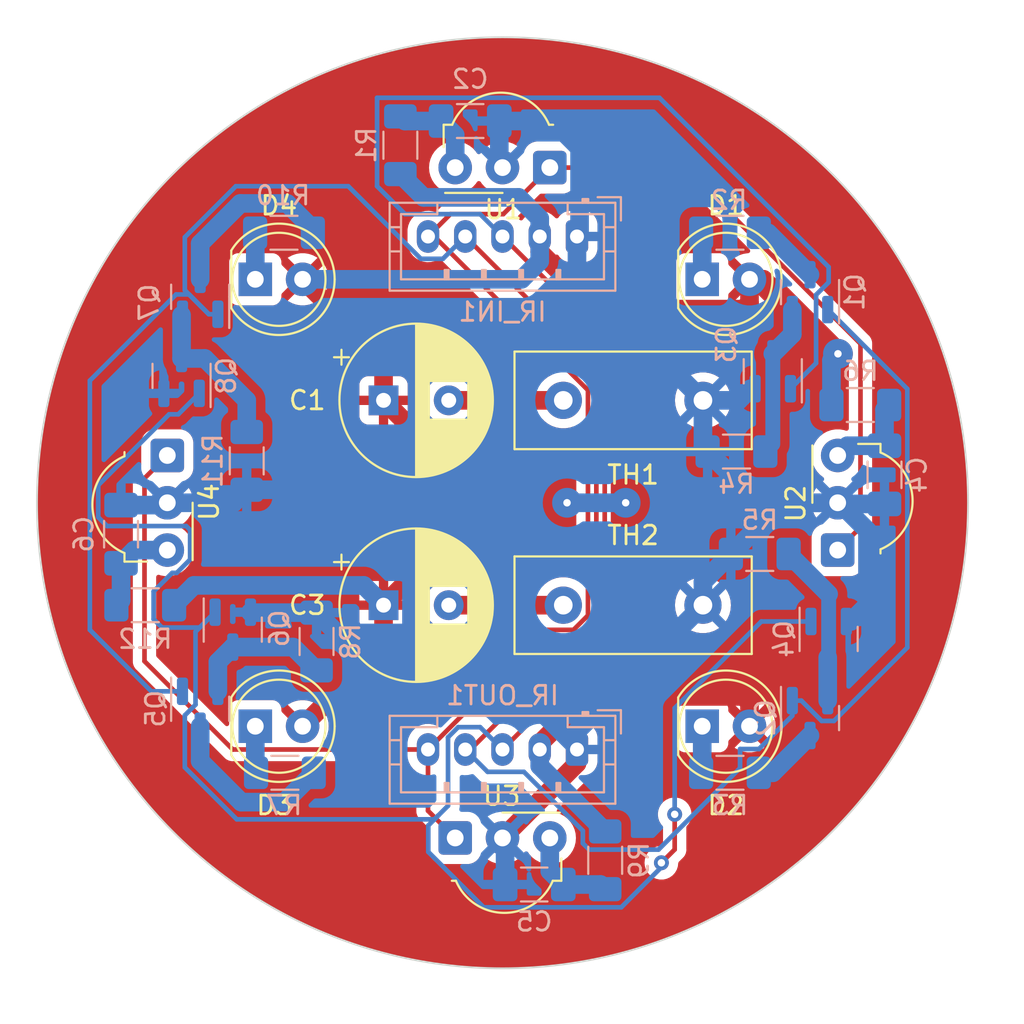
<source format=kicad_pcb>
(kicad_pcb (version 20221018) (generator pcbnew)
  (layers (0 "F.Cu" signal) (31 "B.Cu" signal) (34 "B.Paste" user) (35 "F.Paste" user) (36 "B.SilkS" user "B.Silkscreen") (37 "F.SilkS" user "F.Silkscreen") (38 "B.Mask" user) (39 "F.Mask" user) (44 "Edge.Cuts" user))
  (net 0 "")
  (net 1 "+5V")
  (net 2 "Net-(C1-Pad2)")
  (net 3 "Net-(U1-Vs)")
  (net 4 "GND")
  (net 5 "Net-(C3-Pad2)")
  (net 6 "Net-(U2-Vs)")
  (net 7 "Net-(U3-Vs)")
  (net 8 "Net-(U4-Vs)")
  (net 9 "Net-(D1-K)")
  (net 10 "Net-(D2-K)")
  (net 11 "Net-(D3-K)")
  (net 12 "Net-(D4-K)")
  (net 13 "/IR_MODE")
  (net 14 "/IR_TX")
  (net 15 "/IR_RX")
  (net 16 "Net-(Q1-S)")
  (net 17 "Net-(Q1-D)")
  (net 18 "Net-(Q2-S)")
  (net 19 "Net-(Q2-D)")
  (net 20 "Net-(Q5-S)")
  (net 21 "Net-(Q5-D)")
  (net 22 "Net-(Q7-S)")
  (net 23 "Net-(Q7-D)")
  (footprint "OptoDevice:Vishay_MOLD-3Pin" (layer "F.Cu") (at 129.985 95.46 -90)
    (fp_text reference "U4" (at 2.5 -2.25 90) (layer "F.SilkS"))
    (fp_text value "TSOP4138")
    (pad "1" thru_hole roundrect (at 0 0 270) (size 1.8 1.8) (drill 0.9) (layers "*.Cu" "*.Mask") (roundrect_rratio 0.138) (net 15 "/IR_RX"))
    (pad "2" thru_hole circle (at 2.54 0 270) (size 1.8 1.8) (drill 0.9) (layers "*.Cu" "*.Mask") (net 4 "GND"))
    (pad "3" thru_hole circle (at 5.08 0 270) (size 1.8 1.8) (drill 0.9) (layers "*.Cu" "*.Mask") (net 8 "Net-(U4-Vs)"))
  )
  (footprint "OptoDevice:Vishay_MOLD-3Pin" (layer "F.Cu") (at 165.985 100.54 90)
    (fp_text reference "U2" (at 2.5 -2.25 90) (layer "F.SilkS"))
    (fp_text value "TSOP4138")
    (pad "1" thru_hole roundrect (at 0 0 90) (size 1.8 1.8) (drill 0.9) (layers "*.Cu" "*.Mask") (roundrect_rratio 0.138) (net 15 "/IR_RX"))
    (pad "2" thru_hole circle (at 2.54 0 90) (size 1.8 1.8) (drill 0.9) (layers "*.Cu" "*.Mask") (net 4 "GND"))
    (pad "3" thru_hole circle (at 5.08 0 90) (size 1.8 1.8) (drill 0.9) (layers "*.Cu" "*.Mask") (net 6 "Net-(U2-Vs)"))
  )
  (footprint "Capacitor_THT:C_Disc_D12.5mm_W5.0mm_P7.50mm" (layer "F.Cu") (at 151.25 103.5)
    (fp_text reference "TH2" (at 3.75 -3.75) (layer "F.SilkS"))
    (fp_text value "MF72-050D9")
    (pad "1" thru_hole circle (at 0 0) (size 2 2) (drill 1) (layers "*.Cu" "*.Mask") (net 5 "Net-(C3-Pad2)"))
    (pad "2" thru_hole circle (at 7.5 0) (size 2 2) (drill 1) (layers "*.Cu" "*.Mask") (net 4 "GND"))
  )
  (footprint "Capacitor_THT:C_Disc_D12.5mm_W5.0mm_P7.50mm" (layer "F.Cu") (at 151.25 92.5)
    (fp_text reference "TH1" (at 3.75 4) (layer "F.SilkS"))
    (fp_text value "MF72-050D9")
    (pad "1" thru_hole circle (at 0 0) (size 2 2) (drill 1) (layers "*.Cu" "*.Mask") (net 2 "Net-(C1-Pad2)"))
    (pad "2" thru_hole circle (at 7.5 0) (size 2 2) (drill 1) (layers "*.Cu" "*.Mask") (net 4 "GND"))
  )
  (footprint "LED_THT:LED_D5.0mm_IRBlack" (layer "F.Cu") (at 158.71 86)
    (fp_text reference "D1" (at 1.27 -3.96) (layer "F.SilkS"))
    (fp_text value "TSAL6400")
    (pad "1" thru_hole rect (at 0 0) (size 1.8 1.8) (drill 0.9) (layers "*.Cu" "*.Mask") (net 9 "Net-(D1-K)"))
    (pad "2" thru_hole circle (at 2.54 0) (size 1.8 1.8) (drill 0.9) (layers "*.Cu" "*.Mask") (net 1 "+5V"))
  )
  (footprint "Capacitor_THT:CP_Radial_D8.0mm_P3.50mm" (layer "F.Cu") (at 141.597349 92.5)
    (fp_text reference "C1" (at -4.097349 0) (layer "F.SilkS"))
    (fp_text value "560uf")
    (pad "1" thru_hole rect (at 0 0) (size 1.6 1.6) (drill 0.8) (layers "*.Cu" "*.Mask") (net 1 "+5V"))
    (pad "2" thru_hole circle (at 3.5 0) (size 1.6 1.6) (drill 0.8) (layers "*.Cu" "*.Mask") (net 2 "Net-(C1-Pad2)"))
  )
  (footprint "LED_THT:LED_D5.0mm_IRBlack" (layer "F.Cu") (at 158.71 110)
    (fp_text reference "D2" (at 1.27 4.25) (layer "F.SilkS"))
    (fp_text value "TSAL6400")
    (pad "1" thru_hole rect (at 0 0) (size 1.8 1.8) (drill 0.9) (layers "*.Cu" "*.Mask") (net 10 "Net-(D2-K)"))
    (pad "2" thru_hole circle (at 2.54 0) (size 1.8 1.8) (drill 0.9) (layers "*.Cu" "*.Mask") (net 1 "+5V"))
  )
  (footprint "OptoDevice:Vishay_MOLD-3Pin" (layer "F.Cu") (at 150.525 80 180)
    (fp_text reference "U1" (at 2.5 -2.25) (layer "F.SilkS"))
    (fp_text value "TSOP4138")
    (pad "1" thru_hole roundrect (at 0 0 180) (size 1.8 1.8) (drill 0.9) (layers "*.Cu" "*.Mask") (roundrect_rratio 0.138) (net 15 "/IR_RX"))
    (pad "2" thru_hole circle (at 2.54 0 180) (size 1.8 1.8) (drill 0.9) (layers "*.Cu" "*.Mask") (net 4 "GND"))
    (pad "3" thru_hole circle (at 5.08 0 180) (size 1.8 1.8) (drill 0.9) (layers "*.Cu" "*.Mask") (net 3 "Net-(U1-Vs)"))
  )
  (footprint "OptoDevice:Vishay_MOLD-3Pin" (layer "F.Cu") (at 145.445 116)
    (fp_text reference "U3" (at 2.5 -2.25 180) (layer "F.SilkS"))
    (fp_text value "TSOP4138")
    (pad "1" thru_hole roundrect (at 0 0) (size 1.8 1.8) (drill 0.9) (layers "*.Cu" "*.Mask") (roundrect_rratio 0.138) (net 15 "/IR_RX"))
    (pad "2" thru_hole circle (at 2.54 0) (size 1.8 1.8) (drill 0.9) (layers "*.Cu" "*.Mask") (net 4 "GND"))
    (pad "3" thru_hole circle (at 5.08 0) (size 1.8 1.8) (drill 0.9) (layers "*.Cu" "*.Mask") (net 7 "Net-(U3-Vs)"))
  )
  (footprint "LED_THT:LED_D5.0mm_IRBlack" (layer "F.Cu") (at 134.71 86)
    (fp_text reference "D4" (at 1.27 -3.96) (layer "F.SilkS"))
    (fp_text value "TSAL6400")
    (pad "1" thru_hole rect (at 0 0) (size 1.8 1.8) (drill 0.9) (layers "*.Cu" "*.Mask") (net 12 "Net-(D4-K)"))
    (pad "2" thru_hole circle (at 2.54 0) (size 1.8 1.8) (drill 0.9) (layers "*.Cu" "*.Mask") (net 1 "+5V"))
  )
  (footprint "LED_THT:LED_D5.0mm_IRBlack" (layer "F.Cu") (at 134.71 110)
    (fp_text reference "D3" (at 1.04 4.25) (layer "F.SilkS"))
    (fp_text value "TSAL6400")
    (pad "1" thru_hole rect (at 0 0) (size 1.8 1.8) (drill 0.9) (layers "*.Cu" "*.Mask") (net 11 "Net-(D3-K)"))
    (pad "2" thru_hole circle (at 2.54 0) (size 1.8 1.8) (drill 0.9) (layers "*.Cu" "*.Mask") (net 1 "+5V"))
  )
  (footprint "Capacitor_THT:CP_Radial_D8.0mm_P3.50mm" (layer "F.Cu") (at 141.597349 103.5)
    (fp_text reference "C3" (at -4.097349 0) (layer "F.SilkS"))
    (fp_text value "560uf")
    (pad "1" thru_hole rect (at 0 0) (size 1.6 1.6) (drill 0.8) (layers "*.Cu" "*.Mask") (net 1 "+5V"))
    (pad "2" thru_hole circle (at 3.5 0) (size 1.6 1.6) (drill 0.8) (layers "*.Cu" "*.Mask") (net 5 "Net-(C3-Pad2)"))
  )
  (footprint "Package_TO_SOT_SMD:SOT-23" (layer "B.Cu") (at 164.5 86.6875 90)
    (fp_text reference "Q1" (at 0 2.4 90) (layer "B.SilkS") (effects (justify mirror)))
    (fp_text value "IRLML6244")
    (pad "1" smd roundrect (at -0.9375 0.95 90) (size 1.475 0.6) (layers "B.Cu" "B.Paste" "B.Mask") (net 14 "/IR_TX"))
    (pad "2" smd roundrect (at -0.9375 -0.95 90) (size 1.475 0.6) (layers "B.Cu" "B.Paste" "B.Mask") (net 16 "Net-(Q1-S)"))
    (pad "3" smd roundrect (at 0.9375 0 90) (size 1.475 0.6) (layers "B.Cu" "B.Paste" "B.Mask") (net 17 "Net-(Q1-D)"))
  )
  (footprint "Capacitor_SMD:C_1206_3216Metric_Pad1.33x1.80mm_HandSolder" (layer "B.Cu") (at 168.5 96.5 -90)
    (fp_text reference "C4" (at 0 -1.75 90) (layer "B.SilkS") (effects (justify mirror)))
    (fp_text value "0.1uf")
    (pad "1" smd roundrect (at -1.5625 0 270) (size 1.325 1.8) (layers "B.Cu" "B.Paste" "B.Mask") (roundrect_rratio 0.188679) (net 6 "Net-(U2-Vs)"))
    (pad "2" smd roundrect (at 1.5625 0 270) (size 1.325 1.8) (layers "B.Cu" "B.Paste" "B.Mask") (roundrect_rratio 0.188679) (net 4 "GND"))
  )
  (footprint "Resistor_SMD:R_1206_3216Metric_Pad1.30x1.75mm_HandSolder" (layer "B.Cu") (at 160.2 112.5)
    (fp_text reference "R3" (at 0 1.75) (layer "B.SilkS") (effects (justify mirror)))
    (fp_text value "3.3")
    (pad "1" smd roundrect (at -1.55 0) (size 1.3 1.75) (layers "B.Cu" "B.Paste" "B.Mask") (roundrect_rratio 0.192308) (net 10 "Net-(D2-K)"))
    (pad "2" smd roundrect (at 1.55 0) (size 1.3 1.75) (layers "B.Cu" "B.Paste" "B.Mask") (roundrect_rratio 0.192308) (net 19 "Net-(Q2-D)"))
  )
  (footprint "Resistor_SMD:R_1206_3216Metric_Pad1.30x1.75mm_HandSolder" (layer "B.Cu") (at 160.55 95.25 180)
    (fp_text reference "R4" (at 0 -1.75) (layer "B.SilkS") (effects (justify mirror)))
    (fp_text value "51")
    (pad "1" smd roundrect (at -1.55 0 180) (size 1.3 1.75) (layers "B.Cu" "B.Paste" "B.Mask") (roundrect_rratio 0.192308) (net 16 "Net-(Q1-S)"))
    (pad "2" smd roundrect (at 1.55 0 180) (size 1.3 1.75) (layers "B.Cu" "B.Paste" "B.Mask") (roundrect_rratio 0.192308) (net 4 "GND"))
  )
  (footprint "Connector_JST:JST_PH_B5B-PH-K_1x05_P2.00mm_Vertical" (layer "B.Cu") (at 151.985 111.25 180)
    (fp_text reference "IR_OUT1" (at 4 2.9) (layer "B.SilkS") (effects (justify mirror)))
    (fp_text value "~")
    (pad "1" thru_hole roundrect (at 0 0 180) (size 1.2 1.75) (drill 0.75) (layers "*.Cu" "*.Mask") (roundrect_rratio 0.208333) (net 4 "GND"))
    (pad "2" thru_hole oval (at 2 0 180) (size 1.2 1.75) (drill 0.75) (layers "*.Cu" "*.Mask") (net 1 "+5V"))
    (pad "3" thru_hole oval (at 4 0 180) (size 1.2 1.75) (drill 0.75) (layers "*.Cu" "*.Mask") (net 13 "/IR_MODE"))
    (pad "4" thru_hole oval (at 6 0 180) (size 1.2 1.75) (drill 0.75) (layers "*.Cu" "*.Mask") (net 14 "/IR_TX"))
    (pad "5" thru_hole oval (at 8 0 180) (size 1.2 1.75) (drill 0.75) (layers "*.Cu" "*.Mask") (net 15 "/IR_RX"))
  )
  (footprint "Resistor_SMD:R_1206_3216Metric_Pad1.30x1.75mm_HandSolder" (layer "B.Cu") (at 134.25 95.75 -90)
    (fp_text reference "R11" (at 0 1.82 90) (layer "B.SilkS") (effects (justify mirror)))
    (fp_text value "51")
    (pad "1" smd roundrect (at -1.55 0 270) (size 1.3 1.75) (layers "B.Cu" "B.Paste" "B.Mask") (roundrect_rratio 0.192308) (net 22 "Net-(Q7-S)"))
    (pad "2" smd roundrect (at 1.55 0 270) (size 1.3 1.75) (layers "B.Cu" "B.Paste" "B.Mask") (roundrect_rratio 0.192308) (net 4 "GND"))
  )
  (footprint "Capacitor_SMD:C_1206_3216Metric_Pad1.33x1.80mm_HandSolder" (layer "B.Cu") (at 149.6875 118.5 180)
    (fp_text reference "C5" (at 0 -2) (layer "B.SilkS") (effects (justify mirror)))
    (fp_text value "0.1uf")
    (pad "1" smd roundrect (at -1.5625 0 180) (size 1.325 1.8) (layers "B.Cu" "B.Paste" "B.Mask") (roundrect_rratio 0.188679) (net 7 "Net-(U3-Vs)"))
    (pad "2" smd roundrect (at 1.5625 0 180) (size 1.325 1.8) (layers "B.Cu" "B.Paste" "B.Mask") (roundrect_rratio 0.188679) (net 4 "GND"))
  )
  (footprint "Resistor_SMD:R_1206_3216Metric_Pad1.30x1.75mm_HandSolder" (layer "B.Cu") (at 167.2 92.75 180)
    (fp_text reference "R6" (at 0 1.82) (layer "B.SilkS") (effects (justify mirror)))
    (fp_text value "100")
    (pad "1" smd roundrect (at -1.55 0 180) (size 1.3 1.75) (layers "B.Cu" "B.Paste" "B.Mask") (roundrect_rratio 0.192308) (net 6 "Net-(U2-Vs)"))
    (pad "2" smd roundrect (at 1.55 0 180) (size 1.3 1.75) (layers "B.Cu" "B.Paste" "B.Mask") (roundrect_rratio 0.192308) (net 1 "+5V"))
  )
  (footprint "Resistor_SMD:R_1206_3216Metric_Pad1.30x1.75mm_HandSolder" (layer "B.Cu") (at 153.5 117.2 90)
    (fp_text reference "R9" (at 0 1.82 90) (layer "B.SilkS") (effects (justify mirror)))
    (fp_text value "100")
    (pad "1" smd roundrect (at -1.55 0 90) (size 1.3 1.75) (layers "B.Cu" "B.Paste" "B.Mask") (roundrect_rratio 0.192308) (net 7 "Net-(U3-Vs)"))
    (pad "2" smd roundrect (at 1.55 0 90) (size 1.3 1.75) (layers "B.Cu" "B.Paste" "B.Mask") (roundrect_rratio 0.192308) (net 1 "+5V"))
  )
  (footprint "Resistor_SMD:R_1206_3216Metric_Pad1.30x1.75mm_HandSolder" (layer "B.Cu") (at 138 105.45 90)
    (fp_text reference "R8" (at 0 1.82 90) (layer "B.SilkS") (effects (justify mirror)))
    (fp_text value "51")
    (pad "1" smd roundrect (at -1.55 0 90) (size 1.3 1.75) (layers "B.Cu" "B.Paste" "B.Mask") (roundrect_rratio 0.192308) (net 20 "Net-(Q5-S)"))
    (pad "2" smd roundrect (at 1.55 0 90) (size 1.3 1.75) (layers "B.Cu" "B.Paste" "B.Mask") (roundrect_rratio 0.192308) (net 4 "GND"))
  )
  (footprint "Resistor_SMD:R_1206_3216Metric_Pad1.30x1.75mm_HandSolder" (layer "B.Cu") (at 136.25 83.5)
    (fp_text reference "R10" (at -0.05 -2) (layer "B.SilkS") (effects (justify mirror)))
    (fp_text value "3.3")
    (pad "1" smd roundrect (at -1.55 0) (size 1.3 1.75) (layers "B.Cu" "B.Paste" "B.Mask") (roundrect_rratio 0.192308) (net 12 "Net-(D4-K)"))
    (pad "2" smd roundrect (at 1.55 0) (size 1.3 1.75) (layers "B.Cu" "B.Paste" "B.Mask") (roundrect_rratio 0.192308) (net 23 "Net-(Q7-D)"))
  )
  (footprint "Package_TO_SOT_SMD:SOT-23" (layer "B.Cu") (at 165.5 105.3125 -90)
    (fp_text reference "Q4" (at 0 2.4 90) (layer "B.SilkS") (effects (justify mirror)))
    (fp_text value "IRLML6244")
    (pad "1" smd roundrect (at -0.9375 0.95 270) (size 1.475 0.6) (layers "B.Cu" "B.Paste" "B.Mask") (net 13 "/IR_MODE"))
    (pad "2" smd roundrect (at -0.9375 -0.95 270) (size 1.475 0.6) (layers "B.Cu" "B.Paste" "B.Mask") (net 4 "GND"))
    (pad "3" smd roundrect (at 0.9375 0 270) (size 1.475 0.6) (layers "B.Cu" "B.Paste" "B.Mask") (net 18 "Net-(Q2-S)"))
  )
  (footprint "Package_TO_SOT_SMD:SOT-23" (layer "B.Cu") (at 133.5 104.8125 -90)
    (fp_text reference "Q6" (at -0.0625 -2.5 90) (layer "B.SilkS") (effects (justify mirror)))
    (fp_text value "IRLML6244")
    (pad "1" smd roundrect (at -0.9375 0.95 270) (size 1.475 0.6) (layers "B.Cu" "B.Paste" "B.Mask") (net 13 "/IR_MODE"))
    (pad "2" smd roundrect (at -0.9375 -0.95 270) (size 1.475 0.6) (layers "B.Cu" "B.Paste" "B.Mask") (net 4 "GND"))
    (pad "3" smd roundrect (at 0.9375 0 270) (size 1.475 0.6) (layers "B.Cu" "B.Paste" "B.Mask") (net 20 "Net-(Q5-S)"))
  )
  (footprint "Package_TO_SOT_SMD:SOT-23" (layer "B.Cu") (at 162.5 90.9375 90)
    (fp_text reference "Q3" (at 1.4375 -2.5 270) (layer "B.SilkS") (effects (justify mirror)))
    (fp_text value "IRLML6244")
    (pad "1" smd roundrect (at -0.9375 0.95 90) (size 1.475 0.6) (layers "B.Cu" "B.Paste" "B.Mask") (net 13 "/IR_MODE"))
    (pad "2" smd roundrect (at -0.9375 -0.95 90) (size 1.475 0.6) (layers "B.Cu" "B.Paste" "B.Mask") (net 4 "GND"))
    (pad "3" smd roundrect (at 0.9375 0 90) (size 1.475 0.6) (layers "B.Cu" "B.Paste" "B.Mask") (net 16 "Net-(Q1-S)"))
  )
  (footprint "Package_TO_SOT_SMD:SOT-23" (layer "B.Cu") (at 130.75 91.1875 90)
    (fp_text reference "Q8" (at 0 2.4 90) (layer "B.SilkS") (effects (justify mirror)))
    (fp_text value "IRLML6244")
    (pad "1" smd roundrect (at -0.9375 0.95 90) (size 1.475 0.6) (layers "B.Cu" "B.Paste" "B.Mask") (net 13 "/IR_MODE"))
    (pad "2" smd roundrect (at -0.9375 -0.95 90) (size 1.475 0.6) (layers "B.Cu" "B.Paste" "B.Mask") (net 4 "GND"))
    (pad "3" smd roundrect (at 0.9375 0 90) (size 1.475 0.6) (layers "B.Cu" "B.Paste" "B.Mask") (net 22 "Net-(Q7-S)"))
  )
  (footprint "Capacitor_SMD:C_1206_3216Metric_Pad1.33x1.80mm_HandSolder" (layer "B.Cu") (at 146.25 77.5)
    (fp_text reference "C2" (at 0 -2.25) (layer "B.SilkS") (effects (justify mirror)))
    (fp_text value "0.1uf")
    (pad "1" smd roundrect (at -1.5625 0) (size 1.325 1.8) (layers "B.Cu" "B.Paste" "B.Mask") (roundrect_rratio 0.188679) (net 3 "Net-(U1-Vs)"))
    (pad "2" smd roundrect (at 1.5625 0) (size 1.325 1.8) (layers "B.Cu" "B.Paste" "B.Mask") (roundrect_rratio 0.188679) (net 4 "GND"))
  )
  (footprint "Package_TO_SOT_SMD:SOT-23" (layer "B.Cu") (at 164.5 109.5625 -90)
    (fp_text reference "Q2" (at 0 2.4 90) (layer "B.SilkS") (effects (justify mirror)))
    (fp_text value "IRLML6244")
    (pad "1" smd roundrect (at -0.9375 0.95 270) (size 1.475 0.6) (layers "B.Cu" "B.Paste" "B.Mask") (net 14 "/IR_TX"))
    (pad "2" smd roundrect (at -0.9375 -0.95 270) (size 1.475 0.6) (layers "B.Cu" "B.Paste" "B.Mask") (net 18 "Net-(Q2-S)"))
    (pad "3" smd roundrect (at 0.9375 0 270) (size 1.475 0.6) (layers "B.Cu" "B.Paste" "B.Mask") (net 19 "Net-(Q2-D)"))
  )
  (footprint "Resistor_SMD:R_1206_3216Metric_Pad1.30x1.75mm_HandSolder" (layer "B.Cu") (at 142.5 78.8 -90)
    (fp_text reference "R1" (at 0 1.82 90) (layer "B.SilkS") (effects (justify mirror)))
    (fp_text value "100")
    (pad "1" smd roundrect (at -1.55 0 270) (size 1.3 1.75) (layers "B.Cu" "B.Paste" "B.Mask") (roundrect_rratio 0.192308) (net 3 "Net-(U1-Vs)"))
    (pad "2" smd roundrect (at 1.55 0 270) (size 1.3 1.75) (layers "B.Cu" "B.Paste" "B.Mask") (roundrect_rratio 0.192308) (net 1 "+5V"))
  )
  (footprint "Capacitor_SMD:C_1206_3216Metric_Pad1.33x1.80mm_HandSolder" (layer "B.Cu") (at 127.5 99.6875 90)
    (fp_text reference "C6" (at 0 -2 90) (layer "B.SilkS") (effects (justify mirror)))
    (fp_text value "0.1uf")
    (pad "1" smd roundrect (at -1.5625 0 90) (size 1.325 1.8) (layers "B.Cu" "B.Paste" "B.Mask") (roundrect_rratio 0.188679) (net 8 "Net-(U4-Vs)"))
    (pad "2" smd roundrect (at 1.5625 0 90) (size 1.325 1.8) (layers "B.Cu" "B.Paste" "B.Mask") (roundrect_rratio 0.188679) (net 4 "GND"))
  )
  (footprint "Package_TO_SOT_SMD:SOT-23" (layer "B.Cu") (at 131.75 109.0625 -90)
    (fp_text reference "Q5" (at 0 2.4 90) (layer "B.SilkS") (effects (justify mirror)))
    (fp_text value "IRLML6244")
    (pad "1" smd roundrect (at -0.9375 0.95 270) (size 1.475 0.6) (layers "B.Cu" "B.Paste" "B.Mask") (net 14 "/IR_TX"))
    (pad "2" smd roundrect (at -0.9375 -0.95 270) (size 1.475 0.6) (layers "B.Cu" "B.Paste" "B.Mask") (net 20 "Net-(Q5-S)"))
    (pad "3" smd roundrect (at 0.9375 0 270) (size 1.475 0.6) (layers "B.Cu" "B.Paste" "B.Mask") (net 21 "Net-(Q5-D)"))
  )
  (footprint "Resistor_SMD:R_1206_3216Metric_Pad1.30x1.75mm_HandSolder" (layer "B.Cu") (at 128.8 103.5)
    (fp_text reference "R12" (at 0 1.82) (layer "B.SilkS") (effects (justify mirror)))
    (fp_text value "100")
    (pad "1" smd roundrect (at -1.55 0) (size 1.3 1.75) (layers "B.Cu" "B.Paste" "B.Mask") (roundrect_rratio 0.192308) (net 8 "Net-(U4-Vs)"))
    (pad "2" smd roundrect (at 1.55 0) (size 1.3 1.75) (layers "B.Cu" "B.Paste" "B.Mask") (roundrect_rratio 0.192308) (net 1 "+5V"))
  )
  (footprint "Resistor_SMD:R_1206_3216Metric_Pad1.30x1.75mm_HandSolder" (layer "B.Cu") (at 160.2 83.5)
    (fp_text reference "R2" (at -0.05 -1.75) (layer "B.SilkS") (effects (justify mirror)))
    (fp_text value "3.3")
    (pad "1" smd roundrect (at -1.55 0) (size 1.3 1.75) (layers "B.Cu" "B.Paste" "B.Mask") (roundrect_rratio 0.192308) (net 9 "Net-(D1-K)"))
    (pad "2" smd roundrect (at 1.55 0) (size 1.3 1.75) (layers "B.Cu" "B.Paste" "B.Mask") (roundrect_rratio 0.192308) (net 17 "Net-(Q1-D)"))
  )
  (footprint "Connector_JST:JST_PH_B5B-PH-K_1x05_P2.00mm_Vertical" (layer "B.Cu") (at 151.985 83.7 180)
    (fp_text reference "IR_IN1" (at 4 -4.05) (layer "B.SilkS") (effects (justify mirror)))
    (fp_text value "~")
    (pad "1" thru_hole roundrect (at 0 0 180) (size 1.2 1.75) (drill 0.75) (layers "*.Cu" "*.Mask") (roundrect_rratio 0.208333) (net 4 "GND"))
    (pad "2" thru_hole oval (at 2 0 180) (size 1.2 1.75) (drill 0.75) (layers "*.Cu" "*.Mask") (net 1 "+5V"))
    (pad "3" thru_hole oval (at 4 0 180) (size 1.2 1.75) (drill 0.75) (layers "*.Cu" "*.Mask") (net 13 "/IR_MODE"))
    (pad "4" thru_hole oval (at 6 0 180) (size 1.2 1.75) (drill 0.75) (layers "*.Cu" "*.Mask") (net 14 "/IR_TX"))
    (pad "5" thru_hole oval (at 8 0 180) (size 1.2 1.75) (drill 0.75) (layers "*.Cu" "*.Mask") (net 15 "/IR_RX"))
  )
  (footprint "Resistor_SMD:R_1206_3216Metric_Pad1.30x1.75mm_HandSolder" (layer "B.Cu") (at 136.3 112.5)
    (fp_text reference "R7" (at -0.05 1.75) (layer "B.SilkS") (effects (justify mirror)))
    (fp_text value "3.3")
    (pad "1" smd roundrect (at -1.55 0) (size 1.3 1.75) (layers "B.Cu" "B.Paste" "B.Mask") (roundrect_rratio 0.192308) (net 11 "Net-(D3-K)"))
    (pad "2" smd roundrect (at 1.55 0) (size 1.3 1.75) (layers "B.Cu" "B.Paste" "B.Mask") (roundrect_rratio 0.192308) (net 21 "Net-(Q5-D)"))
  )
  (footprint "Resistor_SMD:R_1206_3216Metric_Pad1.30x1.75mm_HandSolder" (layer "B.Cu") (at 161.8 100.75 180)
    (fp_text reference "R5" (at 0 1.82) (layer "B.SilkS") (effects (justify mirror)))
    (fp_text value "51")
    (pad "1" smd roundrect (at -1.55 0 180) (size 1.3 1.75) (layers "B.Cu" "B.Paste" "B.Mask") (roundrect_rratio 0.192308) (net 18 "Net-(Q2-S)"))
    (pad "2" smd roundrect (at 1.55 0 180) (size 1.3 1.75) (layers "B.Cu" "B.Paste" "B.Mask") (roundrect_rratio 0.192308) (net 4 "GND"))
  )
  (footprint "Package_TO_SOT_SMD:SOT-23" (layer "B.Cu") (at 131.75 86.9375 90)
    (fp_text reference "Q7" (at -0.3125 -2.75 90) (layer "B.SilkS") (effects (justify mirror)))
    (fp_text value "IRLML6244")
    (pad "1" smd roundrect (at -0.9375 0.95 90) (size 1.475 0.6) (layers "B.Cu" "B.Paste" "B.Mask") (net 14 "/IR_TX"))
    (pad "2" smd roundrect (at -0.9375 -0.95 90) (size 1.475 0.6) (layers "B.Cu" "B.Paste" "B.Mask") (net 22 "Net-(Q7-S)"))
    (pad "3" smd roundrect (at 0.9375 0 90) (size 1.475 0.6) (layers "B.Cu" "B.Paste" "B.Mask") (net 23 "Net-(Q7-D)"))
  )
  (gr_circle (center 147.985 98) (end 147.985 123) (stroke (width 0.1)) (fill none) (layer "Edge.Cuts"))
  (segment (start 149.985 111.25) (end 149.985 110.931497) (width 1) (layer "F.Cu") (net 1))
  (segment (start 154.3 98) (end 154.3 88.848274) (width 1) (layer "F.Cu") (net 1))
  (segment (start 141.597349 103.5) (end 141.597349 105.652651) (width 1) (layer "F.Cu") (net 1))
  (segment (start 147.097349 98) (end 141.597349 92.5) (width 1) (layer "F.Cu") (net 1))
  (segment (start 154.3 98) (end 154.5995 98) (width 1) (layer "F.Cu") (net 1))
  (segment (start 147.097349 98) (end 141.597349 103.5) (width 1) (layer "F.Cu") (net 1))
  (segment (start 141.597349 90.347349) (end 137.25 86) (width 1) (layer "F.Cu") (net 1))
  (segment (start 161.25 108.727208) (end 160.922792 108.4) (width 1) (layer "F.Cu") (net 1))
  (segment (start 153.051726 87.6) (end 149.985 84.533274) (width 1) (layer "F.Cu") (net 1))
  (segment (start 151.4505 98) (end 147.097349 98) (width 1) (layer "F.Cu") (net 1))
  (segment (start 154.3 106.616497) (end 154.3 98) (width 1) (layer "F.Cu") (net 1))
  (segment (start 141.597349 92.5) (end 141.597349 90.347349) (width 1) (layer "F.Cu") (net 1))
  (segment (start 161.25 86) (end 161.25 87.272792) (width 1) (layer "F.Cu") (net 1))
  (segment (start 162 86) (end 166 90) (width 1) (layer "F.Cu") (net 1))
  (segment (start 154.3 88.848274) (end 149.985 84.533274) (width 1) (layer "F.Cu") (net 1))
  (segment (start 149.985 84.533274) (end 149.985 83.7) (width 1) (layer "F.Cu") (net 1))
  (segment (start 152.516496 108.4) (end 149.985 110.931496) (width 1) (layer "F.Cu") (net 1))
  (segment (start 161.25 86) (end 162 86) (width 1) (layer "F.Cu") (net 1))
  (segment (start 141.597349 105.652651) (end 137.25 110) (width 1) (layer "F.Cu") (net 1))
  (segment (start 160.922792 108.4) (end 152.516496 108.4) (width 1) (layer "F.Cu") (net 1))
  (segment (start 161.25 110) (end 161.25 108.727208) (width 1) (layer "F.Cu") (net 1))
  (segment (start 161.25 87.272792) (end 160.922792 87.6) (width 1) (layer "F.Cu") (net 1))
  (segment (start 149.985 110.931496) (end 149.985 111.25) (width 1) (layer "F.Cu") (net 1))
  (segment (start 149.985 110.931497) (end 154.3 106.616497) (width 1) (layer "F.Cu") (net 1))
  (segment (start 160.922792 87.6) (end 153.051726 87.6) (width 1) (layer "F.Cu") (net 1))
  (via (at 154.5995 98) (size 1.6) (drill 0.4) (layers "F.Cu" "B.Cu") (net 1))
  (via (at 166 90) (size 1.6) (drill 0.4) (layers "F.Cu" "B.Cu") (net 1))
  (via (at 151.4505 98) (size 1.6) (drill 0.4) (layers "F.Cu" "B.Cu") (net 1))
  (segment (start 149.985 85.025) (end 149.985 83.7) (width 1) (layer "B.Cu") (net 1))
  (segment (start 131.4125 102.4375) (end 140.534849 102.4375) (width 1) (layer "B.Cu") (net 1))
  (segment (start 143.75 81.6) (end 148.85 81.6) (width 1) (layer "B.Cu") (net 1))
  (segment (start 153.5 115.65) (end 149.985 112.135) (width 1) (layer "B.Cu") (net 1))
  (segment (start 137.25 86) (end 149.01 86) (width 1) (layer "B.Cu") (net 1))
  (segment (start 149.985 112.135) (end 149.985 111.25) (width 1) (layer "B.Cu") (net 1))
  (segment (start 130.35 103.5) (end 131.4125 102.4375) (width 1) (layer "B.Cu") (net 1))
  (segment (start 149.01 86) (end 149.985 85.025) (width 1) (layer "B.Cu") (net 1))
  (segment (start 148.85 81.6) (end 149.985 82.735) (width 1) (layer "B.Cu") (net 1))
  (segment (start 140.534849 102.4375) (end 141.597349 103.5) (width 1) (layer "B.Cu") (net 1))
  (segment (start 165.65 90.35) (end 166 90) (width 1) (layer "B.Cu") (net 1))
  (segment (start 165.65 92.75) (end 165.65 90.35) (width 1) (layer "B.Cu") (net 1))
  (segment (start 142.5 80.35) (end 143.75 81.6) (width 1) (layer "B.Cu") (net 1))
  (segment (start 154.5995 98) (end 151.4505 98) (width 1) (layer "B.Cu") (net 1))
  (segment (start 149.985 82.735) (end 149.985 83.7) (width 1) (layer "B.Cu") (net 1))
  (segment (start 151.25 92.5) (end 145.097349 92.5) (width 1) (layer "F.Cu") (net 2))
  (segment (start 144.6875 77.5) (end 142.75 77.5) (width 1) (layer "B.Cu") (net 3))
  (segment (start 142.75 77.5) (end 142.5 77.25) (width 1) (layer "B.Cu") (net 3))
  (segment (start 145.445 78.2575) (end 145.445 80) (width 1) (layer "B.Cu") (net 3))
  (segment (start 144.6875 77.5) (end 145.445 78.2575) (width 1) (layer "B.Cu") (net 3))
  (segment (start 151.985 112) (end 147.985 116) (width 1) (layer "F.Cu") (net 4))
  (segment (start 151.985 111.25) (end 151.985 112) (width 1) (layer "F.Cu") (net 4))
  (segment (start 151.985 111.25) (end 151.985 110.265) (width 1) (layer "B.Cu") (net 4))
  (segment (start 168.5 98.0625) (end 166.0475 98.0625) (width 1) (layer "B.Cu") (net 4))
  (segment (start 148.125 116.14) (end 147.985 116) (width 1) (layer "B.Cu") (net 4))
  (segment (start 152.125 83.56) (end 151.985 83.7) (width 1) (layer "B.Cu") (net 4))
  (segment (start 165 98) (end 165.985 98) (width 1) (layer "B.Cu") (net 4))
  (segment (start 158.75 103.5) (end 158.75 102.25) (width 1) (layer "B.Cu") (net 4))
  (segment (start 158.75 92.5) (end 158.75 95) (width 1) (layer "B.Cu") (net 4))
  (segment (start 151.985 85.735) (end 151.985 83.7) (width 1) (layer "B.Cu") (net 4))
  (segment (start 138 103.9) (end 134.475 103.9) (width 1) (layer "B.Cu") (net 4))
  (segment (start 166.0475 98.0625) (end 165.985 98) (width 1) (layer "B.Cu") (net 4))
  (segment (start 160.25 100.75) (end 163 98) (width 1) (layer "B.Cu") (net 4))
  (segment (start 143.097349 105) (end 143.097349 102) (width 1) (layer "B.Cu") (net 4))
  (segment (start 138.397349 97.3) (end 134.25 97.3) (width 1) (layer "B.Cu") (net 4))
  (segment (start 167.585 103.49) (end 166.7 104.375) (width 1) (layer "B.Cu") (net 4))
  (segment (start 165.985 98) (end 166.08944 98) (width 1) (layer "B.Cu") (net 4))
  (segment (start 129.86 98.125) (end 129.985 98) (width 1) (layer "B.Cu") (net 4))
  (segment (start 145.848478 105) (end 139.1 105) (width 1) (layer "B.Cu") (net 4))
  (segment (start 158.75 102.25) (end 160.25 100.75) (width 1) (layer "B.Cu") (net 4))
  (segment (start 166.08944 98) (end 167.585 99.49556) (width 1) (layer "B.Cu") (net 4))
  (segment (start 160.675 92.5) (end 161.3 91.875) (width 1) (layer "B.Cu") (net 4))
  (segment (start 163 98) (end 165 98) (width 1) (layer "B.Cu") (net 4))
  (segment (start 158.75 92.5) (end 160.675 92.5) (width 1) (layer "B.Cu") (net 4))
  (segment (start 143.097349 102) (end 138.397349 97.3) (width 1) (layer "B.Cu") (net 4))
  (segment (start 147.8125 77.5) (end 150.66944 77.5) (width 1) (layer "B.Cu") (net 4))
  (segment (start 151.985 111.25) (end 151.985 111.136522) (width 1) (layer "B.Cu") (net 4))
  (segment (start 151.985 111.136522) (end 145.848478 105) (width 1) (layer "B.Cu") (net 4))
  (segment (start 129.985 98) (end 133.55 98) (width 1) (layer "B.Cu") (net 4))
  (segment (start 127.5 98.125) (end 129.86 98.125) (width 1) (layer "B.Cu") (net 4))
  (segment (start 134.475 103.9) (end 134.45 103.875) (width 1) (layer "B.Cu") (net 4))
  (segment (start 159 95.25) (end 161.75 98) (width 1) (layer "B.Cu") (net 4))
  (segment (start 152.125 78.95556) (end 152.125 83.56) (width 1) (layer "B.Cu") (net 4))
  (segment (start 139.1 105) (end 143.097349 105) (width 1) (layer "B.Cu") (net 4))
  (segment (start 158.75 92.5) (end 151.985 85.735) (width 1) (layer "B.Cu") (net 4))
  (segment (start 167.585 99.49556) (end 167.585 103.49) (width 1) (layer "B.Cu") (net 4))
  (segment (start 161.75 98) (end 165 98) (width 1) (layer "B.Cu") (net 4))
  (segment (start 158.75 95) (end 159 95.25) (width 1) (layer "B.Cu") (net 4))
  (segment (start 147.8125 77.5) (end 147.8125 79.8275) (width 1) (layer "B.Cu") (net 4))
  (segment (start 133.55 98) (end 134.25 97.3) (width 1) (layer "B.Cu") (net 4))
  (segment (start 151.985 110.265) (end 158.75 103.5) (width 1) (layer "B.Cu") (net 4))
  (segment (start 150.66944 77.5) (end 152.125 78.95556) (width 1) (layer "B.Cu") (net 4))
  (segment (start 147.8125 79.8275) (end 147.985 80) (width 1) (layer "B.Cu") (net 4))
  (segment (start 139.1 105) (end 138 103.9) (width 1) (layer "B.Cu") (net 4))
  (segment (start 148.125 118.5) (end 148.125 116.14) (width 1) (layer "B.Cu") (net 4))
  (segment (start 151.25 103.5) (end 145.097349 103.5) (width 1) (layer "F.Cu") (net 5))
  (segment (start 168.5 94.9375) (end 166.5075 94.9375) (width 1) (layer "B.Cu") (net 6))
  (segment (start 168.5 93) (end 168.75 92.75) (width 1) (layer "B.Cu") (net 6))
  (segment (start 166.5075 94.9375) (end 165.985 95.46) (width 1) (layer "B.Cu") (net 6))
  (segment (start 168.5 94.9375) (end 168.5 93) (width 1) (layer "B.Cu") (net 6))
  (segment (start 151.25 118.5) (end 150.525 117.775) (width 1) (layer "B.Cu") (net 7))
  (segment (start 153.25 118.5) (end 153.5 118.75) (width 1) (layer "B.Cu") (net 7))
  (segment (start 151.25 118.5) (end 153.25 118.5) (width 1) (layer "B.Cu") (net 7))
  (segment (start 150.525 117.775) (end 150.525 116) (width 1) (layer "B.Cu") (net 7))
  (segment (start 127.5 101.25) (end 127.5 103.25) (width 1) (layer "B.Cu") (net 8))
  (segment (start 127.5 103.25) (end 127.25 103.5) (width 1) (layer "B.Cu") (net 8))
  (segment (start 128.21 100.54) (end 129.985 100.54) (width 1) (layer "B.Cu") (net 8))
  (segment (start 127.5 101.25) (end 128.21 100.54) (width 1) (layer "B.Cu") (net 8))
  (segment (start 158.71 83.56) (end 158.71 86) (width 1) (layer "B.Cu") (net 9))
  (segment (start 158.65 83.5) (end 158.71 83.56) (width 0.25) (layer "B.Cu") (net 9))
  (segment (start 158.71 112.44) (end 158.71 110) (width 1) (layer "B.Cu") (net 10))
  (segment (start 158.65 112.5) (end 158.71 112.44) (width 0.25) (layer "B.Cu") (net 10))
  (segment (start 134.71 112.46) (end 134.71 110) (width 1) (layer "B.Cu") (net 11))
  (segment (start 134.75 112.5) (end 134.71 112.46) (width 0.25) (layer "B.Cu") (net 11))
  (segment (start 134.7 83.5) (end 134.71 83.51) (width 0.25) (layer "B.Cu") (net 12))
  (segment (start 134.71 83.51) (end 134.71 86) (width 1) (layer "B.Cu") (net 12))
  (segment (start 153.475 105.76) (end 153.475 89.19) (width 0.25) (layer "F.Cu") (net 13))
  (segment (start 147.985 111.25) (end 153.475 105.76) (width 0.25) (layer "F.Cu") (net 13))
  (segment (start 157.231787 116.619066) (end 156.518114 117.332739) (width 0.25) (layer "F.Cu") (net 13))
  (segment (start 153.475 89.19) (end 147.985 83.7) (width 0.25) (layer "F.Cu") (net 13))
  (segment (start 157.231787 114.731787) (end 157.231787 116.619066) (width 0.25) (layer "F.Cu") (net 13))
  (via (at 157.231787 114.731787) (size 0.8) (drill 0.4) (layers "F.Cu" "B.Cu") (net 13))
  (via (at 156.518114 117.332739) (size 0.8) (drill 0.4) (layers "F.Cu" "B.Cu") (net 13))
  (segment (start 129.25 102.761827) (end 130.246827 101.765) (width 0.25) (layer "B.Cu") (net 13))
  (segment (start 164.825 90.5) (end 164.825 86.834251) (width 0.25) (layer "B.Cu") (net 13))
  (segment (start 144.540445 114.790445) (end 145.06 114.27089) (width 0.25) (layer "B.Cu") (net 13))
  (segment (start 145.06 114.27089) (end 145.06 110.591852) (width 0.25) (layer "B.Cu") (net 13))
  (segment (start 131.5 108.840749) (end 130.925 109.415749) (width 0.25) (layer "B.Cu") (net 13))
  (segment (start 163.45 91.875) (end 164.825 90.5) (width 0.25) (layer "B.Cu") (net 13))
  (segment (start 164.55 104.375) (end 161.885 104.375) (width 0.25) (layer "B.Cu") (net 13))
  (segment (start 164.825 86.834251) (end 165.5 86.159251) (width 0.25) (layer "B.Cu") (net 13))
  (segment (start 141.25 76.25) (end 141.25 81) (width 0.25) (layer "B.Cu") (net 13))
  (segment (start 146.785 82.5) (end 147.985 83.7) (width 0.25) (layer "B.Cu") (net 13))
  (segment (start 126.749327 99.25) (end 126.275 98.775673) (width 0.25) (layer "B.Cu") (net 13))
  (segment (start 130.925 112.210229) (end 133.714771 115) (width 0.25) (layer "B.Cu") (net 13))
  (segment (start 156.409251 76.25) (end 141.25 76.25) (width 0.25) (layer "B.Cu") (net 13))
  (segment (start 156.518114 117.332739) (end 156.518114 117.570059) (width 0.25) (layer "B.Cu") (net 13))
  (segment (start 157.231787 109.028213) (end 157.231787 114.731787) (width 0.25) (layer "B.Cu") (net 13))
  (segment (start 141.25 81) (end 142.75 82.5) (width 0.25) (layer "B.Cu") (net 13))
  (segment (start 129.7 104.7) (end 129.25 104.25) (width 0.25) (layer "B.Cu") (net 13))
  (segment (start 165.5 86.159251) (end 165.5 85.340749) (width 0.25) (layer "B.Cu") (net 13))
  (segment (start 130.08089 93.25) (end 130.575 93.25) (width 0.25) (layer "B.Cu") (net 13))
  (segment (start 131 99.25) (end 126.749327 99.25) (width 0.25) (layer "B.Cu") (net 13))
  (segment (start 142.75 82.5) (end 146.785 82.5) (width 0.25) (layer "B.Cu") (net 13))
  (segment (start 145.06 110.591852) (end 145.601852 110.05) (width 0.25) (layer "B.Cu") (net 13))
  (segment (start 146.975 119.725) (end 144 116.75) (width 0.25) (layer "B.Cu") (net 13))
  (segment (start 130.925 109.415749) (end 130.925 112.210229) (width 0.25) (layer "B.Cu") (net 13))
  (segment (start 132.55 103.875) (end 131.725 104.7) (width 0.25) (layer "B.Cu") (net 13))
  (segment (start 130.246827 101.765) (end 130.492412 101.765) (width 0.25) (layer "B.Cu") (net 13))
  (segment (start 131.5 104.925) (end 131.5 108.840749) (width 0.25) (layer "B.Cu") (net 13))
  (segment (start 144 115.33089) (end 144.540445 114.790445) (width 0.25) (layer "B.Cu") (net 13))
  (segment (start 133.714771 115) (end 144.33089 115) (width 0.25) (layer "B.Cu") (net 13))
  (segment (start 145.601852 110.05) (end 146.785 110.05) (width 0.25) (layer "B.Cu") (net 13))
  (segment (start 156.518114 117.570059) (end 154.363173 119.725) (width 0.25) (layer "B.Cu") (net 13))
  (segment (start 165.5 85.340749) (end 156.409251 76.25) (width 0.25) (layer "B.Cu") (net 13))
  (segment (start 126.275 98.775673) (end 126.275 97.05589) (width 0.25) (layer "B.Cu") (net 13))
  (segment (start 130.492412 101.765) (end 131.21 101.047412) (width 0.25) (layer "B.Cu") (net 13))
  (segment (start 126.275 97.05589) (end 130.08089 93.25) (width 0.25) (layer "B.Cu") (net 13))
  (segment (start 154.363173 119.725) (end 146.975 119.725) (width 0.25) (layer "B.Cu") (net 13))
  (segment (start 144 116.75) (end 144 115.33089) (width 0.25) (layer "B.Cu") (net 13))
  (segment (start 144.33089 115) (end 144.540445 114.790445) (width 0.25) (layer "B.Cu") (net 13))
  (segment (start 146.785 110.05) (end 147.985 111.25) (width 0.25) (layer "B.Cu") (net 13))
  (segment (start 131.725 104.7) (end 129.7 104.7) (width 0.25) (layer "B.Cu") (net 13))
  (segment (start 130.575 93.25) (end 131.7 92.125) (width 0.25) (layer "B.Cu") (net 13))
  (segment (start 161.885 104.375) (end 157.231787 109.028213) (width 0.25) (layer "B.Cu") (net 13))
  (segment (start 132.55 103.875) (end 131.5 104.925) (width 0.25) (layer "B.Cu") (net 13))
  (segment (start 131.21 101.047412) (end 131.21 99.46) (width 0.25) (layer "B.Cu") (net 13))
  (segment (start 129.25 104.25) (end 129.25 102.761827) (width 0.25) (layer "B.Cu") (net 13))
  (segment (start 131.21 99.46) (end 131 99.25) (width 0.25) (layer "B.Cu") (net 13))
  (segment (start 153.025 104.485) (end 153.025 90.74) (width 0.25) (layer "F.Cu") (net 14))
  (segment (start 146.26 111.25) (end 153.025 104.485) (width 0.25) (layer "F.Cu") (net 14))
  (segment (start 145.985 111.25) (end 146.26 111.25) (width 0.25) (layer "F.Cu") (net 14))
  (segment (start 153.025 90.74) (end 145.985 83.7) (width 0.25) (layer "F.Cu") (net 14))
  (segment (start 130.925 86.584251) (end 130.925 83.739771) (width 0.25) (layer "B.Cu") (net 14))
  (segment (start 165.45 87.625) (end 165.463173 87.625) (width 0.25) (layer "B.Cu") (net 14))
  (segment (start 132.215749 87.875) (end 132.7 87.875) (width 0.25) (layer "B.Cu") (net 14))
  (segment (start 133.664771 81) (end 139.701852 81) (width 0.25) (layer "B.Cu") (net 14))
  (segment (start 152.3 115.616726) (end 152.3 116.288173) (width 0.25) (layer "B.Cu") (net 14))
  (segment (start 145.985 111.25) (end 147.185 112.45) (width 0.25) (layer "B.Cu") (net 14))
  (segment (start 165.125 109.715749) (end 164.034251 108.625) (width 0.25) (layer "B.Cu") (net 14))
  (segment (start 165.784251 109.715749) (end 165.125 109.715749) (width 0.25) (layer "B.Cu") (net 14))
  (segment (start 130.453249 86.8125) (end 131.153249 86.8125) (width 0.25) (layer "B.Cu") (net 14))
  (segment (start 165.463173 87.625) (end 169.725 91.886827) (width 0.25) (layer "B.Cu") (net 14))
  (segment (start 164.034251 108.625) (end 163.55 108.625) (width 0.25) (layer "B.Cu") (net 14))
  (segment (start 132.215749 87.875) (end 130.925 86.584251) (width 0.25) (layer "B.Cu") (net 14))
  (segment (start 143.601852 84.9) (end 144.785 84.9) (width 0.25) (layer "B.Cu") (net 14))
  (segment (start 169.725 105.775) (end 165.784251 109.715749) (width 0.25) (layer "B.Cu") (net 14))
  (segment (start 156.363173 116.625) (end 160.742588 112.245585) (width 0.25) (layer "B.Cu") (net 14))
  (segment (start 152.3 116.288173) (end 152.636827 116.625) (width 0.25) (layer "B.Cu") (net 14))
  (segment (start 125.825 104.825) (end 125.825 91.440749) (width 0.25) (layer "B.Cu") (net 14))
  (segment (start 160.742588 112.245585) (end 160.742588 111.225) (width 0.25) (layer "B.Cu") (net 14))
  (segment (start 169.725 91.886827) (end 169.725 105.775) (width 0.25) (layer "B.Cu") (net 14))
  (segment (start 160.742588 111.225) (end 161.757412 111.225) (width 0.25) (layer "B.Cu") (net 14))
  (segment (start 149.133274 112.45) (end 152.3 115.616726) (width 0.25) (layer "B.Cu") (net 14))
  (segment (start 125.825 91.440749) (end 130.453249 86.8125) (width 0.25) (layer "B.Cu") (net 14))
  (segment (start 130.925 83.739771) (end 133.664771 81) (width 0.25) (layer "B.Cu") (net 14))
  (segment (start 144.785 84.9) (end 145.985 83.7) (width 0.25) (layer "B.Cu") (net 14))
  (segment (start 130.8 108.125) (end 129.125 108.125) (width 0.25) (layer "B.Cu") (net 14))
  (segment (start 147.185 112.45) (end 149.133274 112.45) (width 0.25) (layer "B.Cu") (net 14))
  (segment (start 129.125 108.125) (end 125.825 104.825) (width 0.25) (layer "B.Cu") (net 14))
  (segment (start 161.757412 111.225) (end 163.55 109.432412) (width 0.25) (layer "B.Cu") (net 14))
  (segment (start 131.153249 86.8125) (end 132.215749 87.875) (width 0.25) (layer "B.Cu") (net 14))
  (segment (start 163.55 109.432412) (end 163.55 108.625) (width 0.25) (layer "B.Cu") (net 14))
  (segment (start 152.636827 116.625) (end 156.363173 116.625) (width 0.25) (layer "B.Cu") (net 14))
  (segment (start 139.701852 81) (end 143.601852 84.9) (width 0.25) (layer "B.Cu") (net 14))
  (segment (start 167.21 89.46) (end 167.21 99.315) (width 0.25) (layer "F.Cu") (net 15))
  (segment (start 152.575 104.048833) (end 152.575 91.951167) (width 0.25) (layer "F.Cu") (net 15))
  (segment (start 128.76 96.685) (end 128.76 106.51) (width 0.25) (layer "F.Cu") (net 15))
  (segment (start 128.76 106.51) (end 133.5 111.25) (width 0.25) (layer "F.Cu") (net 15))
  (segment (start 129.985 95.46) (end 128.76 96.685) (width 0.25) (layer "F.Cu") (net 15))
  (segment (start 152.575 91.951167) (end 144.323833 83.7) (width 0.25) (layer "F.Cu") (net 15))
  (segment (start 144.323833 83.7) (end 143.985 83.7) (width 0.25) (layer "F.Cu") (net 15))
  (segment (start 133.5 111.25) (end 143.985 111.25) (width 0.25) (layer "F.Cu") (net 15))
  (segment (start 165.985 100.54) (end 167.21 99.315) (width 0.25) (layer "F.Cu") (net 15))
  (segment (start 157.75 80) (end 150.525 80) (width 0.25) (layer "F.Cu") (net 15))
  (segment (start 150.525 80) (end 148.025 82.5) (width 0.25) (layer "F.Cu") (net 15))
  (segment (start 143.985 114.54) (end 143.985 111.25) (width 0.25) (layer "F.Cu") (net 15))
  (segment (start 145.445 116) (end 143.985 114.54) (width 0.25) (layer "F.Cu") (net 15))
  (segment (start 150.41 104.825) (end 151.798833 104.825) (width 0.25) (layer "F.Cu") (net 15))
  (segment (start 148.025 82.5) (end 145.185 82.5) (width 0.25) (layer "F.Cu") (net 15))
  (segment (start 145.185 82.5) (end 143.985 83.7) (width 0.25) (layer "F.Cu") (net 15))
  (segment (start 143.985 111.25) (end 150.41 104.825) (width 0.25) (layer "F.Cu") (net 15))
  (segment (start 157.75 80) (end 167.21 89.46) (width 0.25) (layer "F.Cu") (net 15))
  (segment (start 151.798833 104.825) (end 152.575 104.048833) (width 0.25) (layer "F.Cu") (net 15))
  (segment (start 163.55 88.95) (end 163.55 87.625) (width 1) (layer "B.Cu") (net 16))
  (segment (start 162.5 94.85) (end 162.5 90) (width 0.8) (layer "B.Cu") (net 16))
  (segment (start 162.5 90) (end 163.55 88.95) (width 1) (layer "B.Cu") (net 16))
  (segment (start 162.1 95.25) (end 162.5 94.85) (width 0.25) (layer "B.Cu") (net 16))
  (segment (start 161.75 83.5) (end 162.25 83.5) (width 0.25) (layer "B.Cu") (net 17))
  (segment (start 162.25 83.5) (end 164.5 85.75) (width 1) (layer "B.Cu") (net 17))
  (segment (start 165.5 102.9) (end 165.5 106.25) (width 0.8) (layer "B.Cu") (net 18))
  (segment (start 165.45 108.625) (end 165.45 106.3) (width 1) (layer "B.Cu") (net 18))
  (segment (start 165.45 106.3) (end 165.5 106.25) (width 0.25) (layer "B.Cu") (net 18))
  (segment (start 163.35 100.75) (end 165.5 102.9) (width 1) (layer "B.Cu") (net 18))
  (segment (start 161.75 112.5) (end 162.5 112.5) (width 1) (layer "B.Cu") (net 19))
  (segment (start 162.5 112.5) (end 164.5 110.5) (width 1) (layer "B.Cu") (net 19))
  (segment (start 136.75 105.75) (end 133.5 105.75) (width 1) (layer "B.Cu") (net 20))
  (segment (start 138 107) (end 136.75 105.75) (width 1) (layer "B.Cu") (net 20))
  (segment (start 132.7 106.55) (end 132.7 108.125) (width 1) (layer "B.Cu") (net 20))
  (segment (start 133.5 105.75) (end 132.7 106.55) (width 1) (layer "B.Cu") (net 20))
  (segment (start 131.75 111.868503) (end 131.75 110) (width 1) (layer "B.Cu") (net 21))
  (segment (start 133.956497 114.075) (end 131.75 111.868503) (width 1) (layer "B.Cu") (net 21))
  (segment (start 136.275 114.075) (end 133.956497 114.075) (width 1) (layer "B.Cu") (net 21))
  (segment (start 137.85 112.5) (end 136.275 114.075) (width 1) (layer "B.Cu") (net 21))
  (segment (start 132 90.25) (end 130.75 90.25) (width 1) (layer "B.Cu") (net 22))
  (segment (start 134.25 92.5) (end 132 90.25) (width 1) (layer "B.Cu") (net 22))
  (segment (start 134.25 94.2) (end 134.25 92.5) (width 1) (layer "B.Cu") (net 22))
  (segment (start 130.75 90.25) (end 130.75 87.925) (width 1) (layer "B.Cu") (net 22))
  (segment (start 130.75 87.925) (end 130.8 87.875) (width 0.25) (layer "B.Cu") (net 22))
  (segment (start 131.75 84.081497) (end 131.75 86) (width 1) (layer "B.Cu") (net 23))
  (segment (start 136.425 81.925) (end 133.906497 81.925) (width 1) (layer "B.Cu") (net 23))
  (segment (start 137.8 83.3) (end 136.425 81.925) (width 1) (layer "B.Cu") (net 23))
  (segment (start 133.906497 81.925) (end 131.75 84.081497) (width 1) (layer "B.Cu") (net 23))
  (segment (start 137.8 83.5) (end 137.8 83.3) (width 0.25) (layer "B.Cu") (net 23))
  (zone (net 1) (net_name "+5V") (layer "F.Cu") (connect_pads (clearance 0.5)) (min_thickness 0.25) (fill yes (thermal_gap 0.5) (thermal_bridge_width 0.5))
    (polygon (pts (xy 121 71) (xy 176 71) (xy 176 126) (xy 121 126)))
  )
  (zone (net 4) (net_name "GND") (layer "B.Cu") (connect_pads (clearance 0.5)) (min_thickness 0.25) (fill yes (thermal_gap 0.5) (thermal_bridge_width 0.5))
    (polygon (pts (xy 121 71) (xy 176 71) (xy 176 126) (xy 121 126)))
  )
)
</source>
